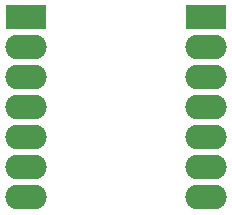
<source format=gbr>
%TF.GenerationSoftware,KiCad,Pcbnew,(6.0.0)*%
%TF.CreationDate,2022-02-12T15:23:55+01:00*%
%TF.ProjectId,ATTiny841Breakout,41545469-6e79-4383-9431-427265616b6f,rev?*%
%TF.SameCoordinates,Original*%
%TF.FileFunction,Copper,L2,Bot*%
%TF.FilePolarity,Positive*%
%FSLAX46Y46*%
G04 Gerber Fmt 4.6, Leading zero omitted, Abs format (unit mm)*
G04 Created by KiCad (PCBNEW (6.0.0)) date 2022-02-12 15:23:55*
%MOMM*%
%LPD*%
G01*
G04 APERTURE LIST*
%TA.AperFunction,ComponentPad*%
%ADD10R,3.500000X2.100000*%
%TD*%
%TA.AperFunction,ComponentPad*%
%ADD11O,3.500000X2.100000*%
%TD*%
G04 APERTURE END LIST*
D10*
%TO.P,J2,1,Pin_1*%
%TO.N,GND*%
X156870400Y-88971200D03*
D11*
%TO.P,J2,2,Pin_2*%
%TO.N,/PA0*%
X156870400Y-91511200D03*
%TO.P,J2,3,Pin_3*%
%TO.N,/PA1*%
X156870400Y-94051200D03*
%TO.P,J2,4,Pin_4*%
%TO.N,/PA2*%
X156870400Y-96591200D03*
%TO.P,J2,5,Pin_5*%
%TO.N,/PA3*%
X156870400Y-99131200D03*
%TO.P,J2,6,Pin_6*%
%TO.N,/PA4*%
X156870400Y-101671200D03*
%TO.P,J2,7,Pin_7*%
%TO.N,/PA5*%
X156870400Y-104211200D03*
%TD*%
D10*
%TO.P,J1,1,Pin_1*%
%TO.N,/VCC*%
X141630400Y-88971200D03*
D11*
%TO.P,J1,2,Pin_2*%
%TO.N,/PB0*%
X141630400Y-91511200D03*
%TO.P,J1,3,Pin_3*%
%TO.N,/PB1*%
X141630400Y-94051200D03*
%TO.P,J1,4,Pin_4*%
%TO.N,/PB3*%
X141630400Y-96591200D03*
%TO.P,J1,5,Pin_5*%
%TO.N,/PB2*%
X141630400Y-99131200D03*
%TO.P,J1,6,Pin_6*%
%TO.N,/PA7*%
X141630400Y-101671200D03*
%TO.P,J1,7,Pin_7*%
%TO.N,/PA6*%
X141630400Y-104211200D03*
%TD*%
M02*

</source>
